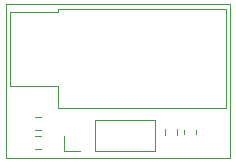
<source format=gbr>
%TF.GenerationSoftware,KiCad,Pcbnew,(5.1.8-0-10_14)*%
%TF.CreationDate,2020-11-19T18:25:59+01:00*%
%TF.ProjectId,AC_Current_Transformer,41435f43-7572-4726-956e-745f5472616e,rev?*%
%TF.SameCoordinates,Original*%
%TF.FileFunction,Legend,Top*%
%TF.FilePolarity,Positive*%
%FSLAX46Y46*%
G04 Gerber Fmt 4.6, Leading zero omitted, Abs format (unit mm)*
G04 Created by KiCad (PCBNEW (5.1.8-0-10_14)) date 2020-11-19 18:25:59*
%MOMM*%
%LPD*%
G01*
G04 APERTURE LIST*
%TA.AperFunction,Profile*%
%ADD10C,0.050000*%
%TD*%
%ADD11C,0.120000*%
G04 APERTURE END LIST*
D10*
X110600000Y-98100000D02*
X110600000Y-111100000D01*
X129600000Y-98100000D02*
X110600000Y-98100000D01*
X129600000Y-111100000D02*
X129600000Y-98100000D01*
X110600000Y-111100000D02*
X129600000Y-111100000D01*
D11*
%TO.C,J102*%
X123250000Y-110550000D02*
X123250000Y-107890000D01*
X118110000Y-110550000D02*
X123250000Y-110550000D01*
X118110000Y-107890000D02*
X123250000Y-107890000D01*
X118110000Y-110550000D02*
X118110000Y-107890000D01*
X116840000Y-110550000D02*
X115510000Y-110550000D01*
X115510000Y-110550000D02*
X115510000Y-109220000D01*
%TO.C,R103*%
X125122500Y-108662742D02*
X125122500Y-109137258D01*
X124077500Y-108662742D02*
X124077500Y-109137258D01*
%TO.C,R102*%
X113537258Y-110322500D02*
X113062742Y-110322500D01*
X113537258Y-109277500D02*
X113062742Y-109277500D01*
%TO.C,R101*%
X113537258Y-108722500D02*
X113062742Y-108722500D01*
X113537258Y-107677500D02*
X113062742Y-107677500D01*
%TO.C,J101*%
X110980000Y-105020000D02*
X110980000Y-98780000D01*
X110980000Y-98780000D02*
X114980000Y-98780000D01*
X114980000Y-98780000D02*
X114980000Y-98480000D01*
X114980000Y-98480000D02*
X129220000Y-98480000D01*
X129220000Y-98480000D02*
X129220000Y-106920000D01*
X129220000Y-106920000D02*
X114980000Y-106920000D01*
X114980000Y-106920000D02*
X114980000Y-105020000D01*
X114980000Y-105020000D02*
X110980000Y-105020000D01*
%TO.C,C101*%
X126710000Y-108759420D02*
X126710000Y-109040580D01*
X125690000Y-108759420D02*
X125690000Y-109040580D01*
%TD*%
M02*

</source>
